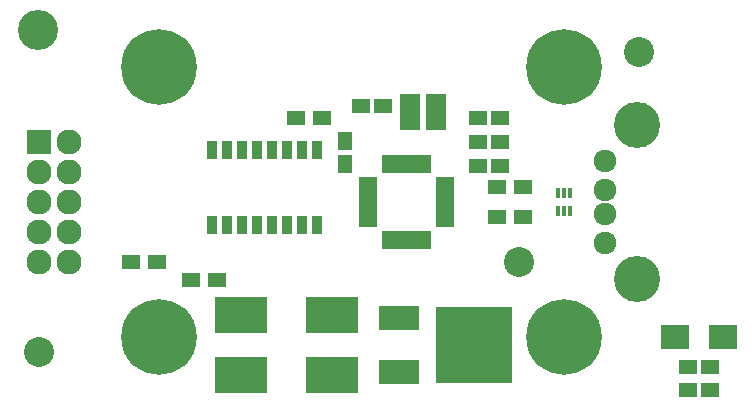
<source format=gbr>
G04 #@! TF.FileFunction,Soldermask,Top*
%FSLAX46Y46*%
G04 Gerber Fmt 4.6, Leading zero omitted, Abs format (unit mm)*
G04 Created by KiCad (PCBNEW 4.0.5+dfsg1-4) date Wed Jul 18 12:49:48 2018*
%MOMM*%
%LPD*%
G01*
G04 APERTURE LIST*
%ADD10C,0.100000*%
%ADD11R,1.800000X1.600000*%
%ADD12R,4.400500X3.100020*%
%ADD13R,1.150000X1.600000*%
%ADD14R,1.600000X1.150000*%
%ADD15R,2.400000X2.100000*%
%ADD16R,2.127200X2.127200*%
%ADD17O,2.127200X2.127200*%
%ADD18C,1.924000*%
%ADD19C,3.900000*%
%ADD20R,1.600000X1.300000*%
%ADD21R,3.448000X2.051000*%
%ADD22R,6.496000X6.496000*%
%ADD23R,0.400000X0.950000*%
%ADD24C,6.400000*%
%ADD25R,0.908000X1.543000*%
%ADD26R,1.600000X0.680000*%
%ADD27R,0.680000X1.600000*%
%ADD28C,3.400000*%
%ADD29C,2.540000*%
G04 APERTURE END LIST*
D10*
D11*
X163492000Y-94780000D03*
X165692000Y-94780000D03*
X165692000Y-93180000D03*
X163492000Y-93180000D03*
D12*
X149146260Y-111125000D03*
X156923740Y-111125000D03*
X149146260Y-116205000D03*
X156923740Y-116205000D03*
D13*
X157988000Y-98359000D03*
X157988000Y-96459000D03*
D14*
X169230000Y-96520000D03*
X171130000Y-96520000D03*
X161224000Y-93472000D03*
X159324000Y-93472000D03*
X169230000Y-98552000D03*
X171130000Y-98552000D03*
X171130000Y-94488000D03*
X169230000Y-94488000D03*
D15*
X185960000Y-113030000D03*
X189960000Y-113030000D03*
D16*
X132080000Y-96520000D03*
D17*
X134620000Y-96520000D03*
X132080000Y-99060000D03*
X134620000Y-99060000D03*
X132080000Y-101600000D03*
X134620000Y-101600000D03*
X132080000Y-104140000D03*
X134620000Y-104140000D03*
X132080000Y-106680000D03*
X134620000Y-106680000D03*
D18*
X180040000Y-100600000D03*
X180040000Y-102600000D03*
X180040000Y-98100000D03*
X180040000Y-105100000D03*
D19*
X182740000Y-108100000D03*
X182740000Y-95100000D03*
D20*
X142070000Y-106680000D03*
X139870000Y-106680000D03*
X147150000Y-108204000D03*
X144950000Y-108204000D03*
X156040000Y-94488000D03*
X153840000Y-94488000D03*
X173058000Y-102870000D03*
X170858000Y-102870000D03*
X173058000Y-100330000D03*
X170858000Y-100330000D03*
D21*
X162560000Y-111379000D03*
D22*
X168910000Y-113665000D03*
D21*
X162560000Y-115951000D03*
D23*
X176030000Y-100875000D03*
X176530000Y-100875000D03*
X177030000Y-100875000D03*
X177030000Y-102325000D03*
X176530000Y-102325000D03*
X176030000Y-102325000D03*
D24*
X142240000Y-90170000D03*
X142240000Y-113030000D03*
X176530000Y-113030000D03*
X176530000Y-90170000D03*
D14*
X188910000Y-117475000D03*
X187010000Y-117475000D03*
X188910000Y-115570000D03*
X187010000Y-115570000D03*
D25*
X155575000Y-103505000D03*
X153035000Y-103505000D03*
X151765000Y-103505000D03*
X150495000Y-103505000D03*
X149225000Y-103505000D03*
X147955000Y-103505000D03*
X146685000Y-103505000D03*
X146685000Y-97155000D03*
X147955000Y-97155000D03*
X149225000Y-97155000D03*
X150495000Y-97155000D03*
X151765000Y-97155000D03*
X153035000Y-97155000D03*
X154305000Y-97155000D03*
X155575000Y-97155000D03*
X154305000Y-103505000D03*
D26*
X159945000Y-99850000D03*
X159945000Y-100350000D03*
X159945000Y-100850000D03*
X159945000Y-101350000D03*
X159945000Y-101850000D03*
X159945000Y-102350000D03*
X159945000Y-102850000D03*
X159945000Y-103350000D03*
D27*
X161445000Y-104850000D03*
X161945000Y-104850000D03*
X162445000Y-104850000D03*
X162945000Y-104850000D03*
X163445000Y-104850000D03*
X163945000Y-104850000D03*
X164445000Y-104850000D03*
X164945000Y-104850000D03*
D26*
X166445000Y-103350000D03*
X166445000Y-102850000D03*
X166445000Y-102350000D03*
X166445000Y-101850000D03*
X166445000Y-101350000D03*
X166445000Y-100850000D03*
X166445000Y-100350000D03*
X166445000Y-99850000D03*
D27*
X164945000Y-98350000D03*
X164445000Y-98350000D03*
X163945000Y-98350000D03*
X163445000Y-98350000D03*
X162945000Y-98350000D03*
X162445000Y-98350000D03*
X161945000Y-98350000D03*
X161445000Y-98350000D03*
D28*
X132000000Y-87000000D03*
D29*
X182880000Y-88900000D03*
X132080000Y-114300000D03*
X172720000Y-106680000D03*
M02*

</source>
